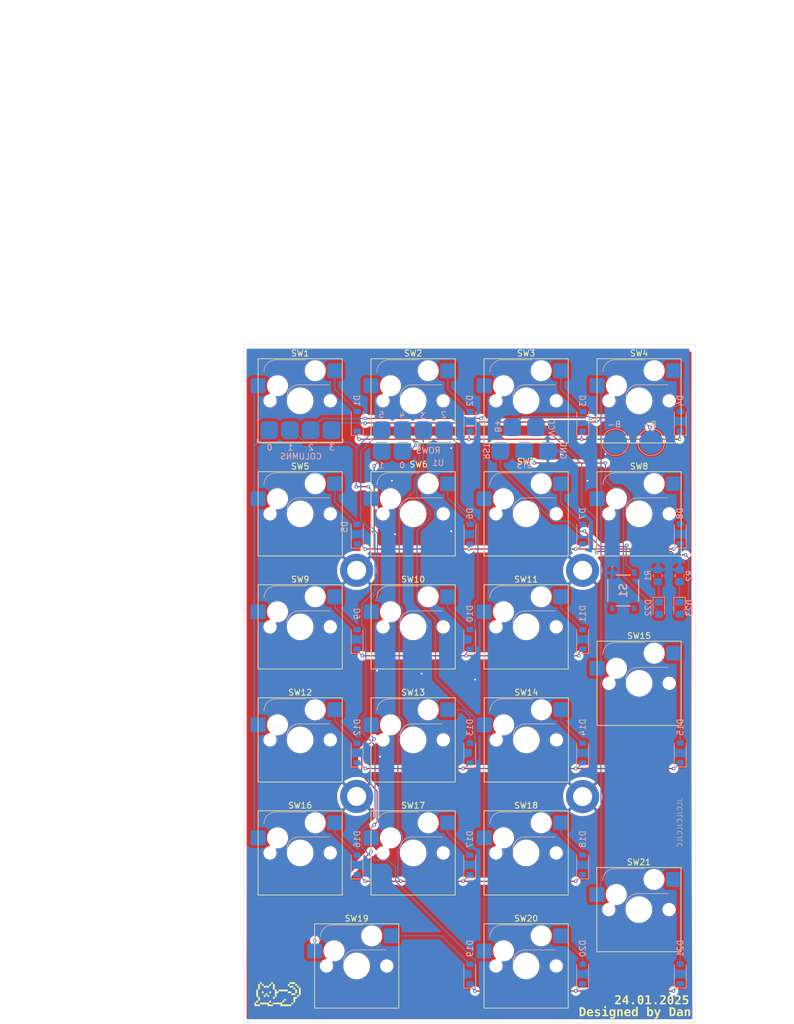
<source format=kicad_pcb>
(kicad_pcb (version 20241228) (generator "pcbnew") (generator_version "9.0")
  (layers (0 "F.Cu" signal) (2 "B.Cu" signal) (13 "F.Paste" user) (15 "B.Paste" user) (5 "F.SilkS" user "F.Silkscreen") (7 "B.SilkS" user "B.Silkscreen") (1 "F.Mask" user) (3 "B.Mask" user) (25 "Edge.Cuts" user) (39 "User.1" signal) (41 "User.2" signal) (43 "User.3" signal) (45 "User.4" signal) (47 "User.5" signal) (49 "User.6" signal) (51 "User.7" signal) (53 "User.8" signal) (55 "User.9" signal))
  (net 0 "")
  (net 1 "COL0")
  (net 2 "Net-(D5-A)")
  (net 3 "COL1")
  (net 4 "Net-(D6-A)")
  (net 5 "COL2")
  (net 6 "Net-(D7-A)")
  (net 7 "COL3")
  (net 8 "Net-(D8-A)")
  (net 9 "Net-(D9-A)")
  (net 10 "Net-(D10-A)")
  (net 11 "Net-(D11-A)")
  (net 12 "Net-(D12-A)")
  (net 13 "Net-(D13-A)")
  (net 14 "Net-(D14-A)")
  (net 15 "Net-(D15-A)")
  (net 16 "Net-(D17-A)")
  (net 17 "Net-(D18-A)")
  (net 18 "Net-(D19-A)")
  (net 19 "Net-(D21-A)")
  (net 20 "Net-(D22-K)")
  (net 21 "Net-(D1-A)")
  (net 22 "Net-(D2-A)")
  (net 23 "Net-(D3-A)")
  (net 24 "Net-(D4-A)")
  (net 25 "Net-(D16-A)")
  (net 26 "Net-(D20-A)")
  (net 27 "ROW0")
  (net 28 "ROW1")
  (net 29 "ROW2")
  (net 30 "ROW3")
  (net 31 "ROW4")
  (net 32 "ROW5")
  (net 33 "GND")
  (net 35 "+3.3V")
  (net 36 "STATUS_LED")
  (net 37 "Net-(D23-K)")
  (net 39 "RESET")
  (net 40 "BAT_IN")
  (footprint "Graphics" (layer "F.Cu") (at 0 0)
    (property "Reference" "")
    (property "Value" "")
  )
  (footprint "PCM_Switch_Keyboard_Hotswap_Kailh:SW_Hotswap_Kailh_MX_1.00u" (layer "F.Cu") (at 88.4625 143.4875)
    (property "Reference" "SW18")
    (property "Value" "SW_Push")
  )
  (footprint "PCM_Switch_Keyboard_Hotswap_Kailh:SW_Hotswap_Kailh_MX_2.00u_90deg" (layer "F.Cu") (at 107.517153 114.90162)
    (property "Reference" "SW15")
    (property "Value" "SW_Push")
  )
  (footprint "MountingHole:MountingHole_3.2mm_M3_DIN965_Pad" (layer "F.Cu") (at 59.8875 133.9625)
    (property "Reference" "H3" (hide yes))
    (property "Value" "MountingHole_Pad")
  )
  (footprint "Graphics" (layer "F.Cu") (at 0 0)
    (property "Reference" "")
    (property "Value" "")
  )
  (footprint "PCM_Switch_Keyboard_Hotswap_Kailh:SW_Hotswap_Kailh_MX_1.00u" (layer "F.Cu") (at 69.4125 86.3375)
    (property "Reference" "SW6")
    (property "Value" "SW_Push")
  )
  (footprint "PCM_Switch_Keyboard_Hotswap_Kailh:SW_Hotswap_Kailh_MX_1.00u" (layer "F.Cu") (at 69.4125 124.44)
    (property "Reference" "SW13")
    (property "Value" "SW_Push")
  )
  (footprint "PCM_Switch_Keyboard_Hotswap_Kailh:SW_Hotswap_Kailh_MX_1.00u" (layer "F.Cu") (at 107.5125 86.3375)
    (property "Reference" "SW8")
    (property "Value" "SW_Push")
  )
  (footprint "PCM_Switch_Keyboard_Hotswap_Kailh:SW_Hotswap_Kailh_MX_1.00u" (layer "F.Cu") (at 50.3625 143.4875)
    (property "Reference" "SW16")
    (property "Value" "SW_Push")
  )
  (footprint "PCM_Switch_Keyboard_Hotswap_Kailh:SW_Hotswap_Kailh_MX_1.00u" (layer "F.Cu") (at 50.3625 124.44)
    (property "Reference" "SW12")
    (property "Value" "SW_Push")
  )
  (footprint "PCM_Switch_Keyboard_Hotswap_Kailh:SW_Hotswap_Kailh_MX_1.00u" (layer "F.Cu") (at 88.5 124.44)
    (property "Reference" "SW14")
    (property "Value" "SW_Push")
  )
  (footprint "PCM_Switch_Keyboard_Hotswap_Kailh:SW_Hotswap_Kailh_MX_2.00u" (layer "F.Cu") (at 59.8875 162.5375)
    (property "Reference" "SW19")
    (property "Value" "SW_Push")
  )
  (footprint "PCM_Switch_Keyboard_Hotswap_Kailh:SW_Hotswap_Kailh_MX_1.00u" (layer "F.Cu") (at 69.4125 143.4875)
    (property "Reference" "SW17")
    (property "Value" "SW_Push")
  )
  (footprint "PCM_Switch_Keyboard_Hotswap_Kailh:SW_Hotswap_Kailh_MX_1.00u" (layer "F.Cu") (at 69.4125 105.3875)
    (property "Reference" "SW10")
    (property "Value" "SW_Push")
  )
  (footprint "PCM_Switch_Keyboard_Hotswap_Kailh:SW_Hotswap_Kailh_MX_1.00u" (layer "F.Cu") (at 69.4125 67.2875)
    (property "Reference" "SW2")
    (property "Value" "SW_Push")
  )
  (footprint "PCM_Switch_Keyboard_Hotswap_Kailh:SW_Hotswap_Kailh_MX_1.00u" (layer "F.Cu") (at 88.4625 86.3375)
    (property "Reference" "SW7")
    (property "Value" "SW_Push")
  )
  (footprint "MountingHole:MountingHole_3.2mm_M3_DIN965_Pad" (layer "F.Cu") (at 97.9875 95.8625)
    (property "Reference" "H2" (hide yes))
    (property "Value" "MountingHole_Pad")
  )
  (footprint "Graphics" (layer "F.Cu") (at 0 0)
    (property "Reference" "")
    (property "Value" "")
  )
  (footprint "MountingHole:MountingHole_3.2mm_M3_DIN965_Pad" (layer "F.Cu") (at 97.9875 133.9879)
    (property "Reference" "H4" (hide yes))
    (property "Value" "MountingHole_Pad")
  )
  (footprint "PCM_Switch_Keyboard_Hotswap_Kailh:SW_Hotswap_Kailh_MX_1.00u" (layer "F.Cu") (at 88.4625 105.3875)
    (property "Reference" "SW11")
    (property "Value" "SW_Push")
  )
  (footprint "Logos:PixelCat" (layer "F.Cu") (at 47.3375 167.7625)
    (property "Reference" "G***" (hide yes))
    (property "Value" "LOGO" (hide yes))
  )
  (footprint "PCM_Switch_Keyboard_Hotswap_Kailh:SW_Hotswap_Kailh_MX_1.00u" (layer "F.Cu") (at 88.4625 162.5375)
    (property "Reference" "SW20")
    (property "Value" "SW_Push")
  )
  (footprint "Graphics" (layer "F.Cu") (at 0 0)
    (property "Reference" "")
    (property "Value" "")
  )
  (footprint "PCM_Switch_Keyboard_Hotswap_Kailh:SW_Hotswap_Kailh_MX_1.00u" (layer "F.Cu") (at 107.5125 67.2875)
    (property "Reference" "SW4")
    (property "Value" "SW_Push")
  )
  (footprint "PCM_Switch_Keyboard_Hotswap_Kailh:SW_Hotswap_Kailh_MX_2.00u_90deg" (layer "F.Cu") (at 107.485 153.04)
    (property "Reference" "SW21")
    (property "Value" "SW_Push")
  )
  (footprint "MountingHole:MountingHole_3.2mm_M3_DIN965_Pad" (layer "F.Cu") (at 59.8875 95.8625)
    (property "Reference" "H1" (hide yes))
    (property "Value" "MountingHole_Pad")
  )
  (footprint "PCM_Switch_Keyboard_Hotswap_Kailh:SW_Hotswap_Kailh_MX_1.00u" (layer "F.Cu") (at 50.3625 86.3375)
    (property "Reference" "SW5")
    (property "Value" "SW_Push")
  )
  (footprint "PCM_Switch_Keyboard_Hotswap_Kailh:SW_Hotswap_Kailh_MX_1.00u" (layer "F.Cu") (at 50.3625 105.3875)
    (property "Reference" "SW9")
    (property "Value" "SW_Push")
  )
  (footprint "Graphics" (layer "F.Cu") (at 0 0)
    (property "Reference" "")
    (property "Value" "")
  )
  (footprint "PCM_Switch_Keyboard_Hotswap_Kailh:SW_Hotswap_Kailh_MX_1.00u" (layer "F.Cu") (at 50.3625 67.2875)
    (property "Reference" "SW1")
    (property "Value" "SW_Push")
  )
  (footprint "PCM_Switch_Keyboard_Hotswap_Kailh:SW_Hotswap_Kailh_MX_1.00u" (layer "F.Cu") (at 88.4625 67.2875)
    (property "Reference" "SW3")
    (property "Value" "SW_Push")
  )
  (footprint "Graphics" (layer "B.Cu") (at 0 0)
    (property "Reference" "")
    (property "Value" "")
  )
  (footprint "LED_SMD:LED_0805_2012Metric_Pad1.15x1.40mm_HandSolder" (layer "B.Cu") (at 110.8375 102.2625 -90)
    (property "Reference" "D22")
    (property "Value" "STATUS_LED")
  )
  (footprint "Reset:PTS526SM15SMTR2LFS" (layer "B.Cu") (at 104.8375 99.2625 -90)
    (property "Reference" "S1")
    (property "Value" "PHAP3344BR" (hide yes))
  )
  (footprint "Diode_SMD:D_SOD-123" (layer "B.Cu") (at 79 70.7625 90)
    (property "Reference" "D2")
    (property "Value" "D")
  )
  (footprint "Diode_SMD:D_SOD-123" (layer "B.Cu") (at 59.9625 107.5 90)
    (property "Reference" "D9")
    (property "Value" "D")
  )
  (footprint "Diode_SMD:D_SOD-123" (layer "B.Cu") (at 97.9875 145.5 90)
    (property "Reference" "D18")
    (property "Value" "D")
  )
  (footprint "Diode_SMD:D_SOD-123" (layer "B.Cu") (at 78.975 163.9091 90)
    (property "Reference" "D19")
    (property "Value" "D")
  )
  (footprint "Diode_SMD:D_SOD-123" (layer "B.Cu") (at 79 89.7625 90)
    (property "Reference" "D6")
    (property "Value" "D")
  )
  (footprint "LED_SMD:LED_0805_2012Metric_Pad1.15x1.40mm_HandSolder" (layer "B.Cu") (at 114.3375 102.2625 -90)
    (property "Reference" "D23")
    (property "Value" "PWR_LED")
  )
  (footprint "Diode_SMD:D_SOD-123" (layer "B.Cu") (at 98.0125 70.7625 90)
    (property "Reference" "D3")
    (property "Value" "D")
  )
  (footprint "Diode_SMD:D_SOD-123" (layer "B.Cu") (at 98.0125 89.7625 90)
    (property "Reference" "D7")
    (property "Value" "D")
  )
  (footprint "Diode_SMD:D_SOD-123" (layer "B.Cu") (at 59.9875 70.7625 90)
    (property "Reference" "D1")
    (property "Value" "D")
  )
  (footprint "Diode_SMD:D_SOD-123" (layer "B.Cu") (at 114.4467 126.63662 90)
    (property "Reference" "D15")
    (property "Value" "D")
  )
  (footprint "Diode_SMD:D_SOD-123" (layer "B.Cu") (at 114.4467 89.7625 90)
    (property "Reference" "D8")
    (property "Value" "D")
  )
  (footprint "Diode_SMD:D_SOD-123" (layer "B.Cu") (at 59.9625 145.5 90)
    (property "Reference" "D16")
    (property "Value" "D")
  )
  (footprint "Diode_SMD:D_SOD-123" (layer "B.Cu") (at 97.9875 107.5 90)
    (property "Reference" "D11")
    (property "Value" "D")
  )
  (footprint "Diode_SMD:D_SOD-123" (layer "B.Cu") (at 78.9625 107.5 90)
    (property "Reference" "D10")
    (property "Value" "D")
  )
  (footprint "Resistor_SMD:R_0805_2012Metric_Pad1.20x1.40mm_HandSolder" (layer "B.Cu") (at 110.669567 96.765703 90)
    (property "Reference" "R1")
    (property "Value" "R")
  )
  (footprint "Diode_SMD:D_SOD-123" (layer "B.Cu") (at 59.9875 89.7625 90)
    (property "Reference" "D5")
    (property "Value" "D")
  )
  (footprint "NiceNanoPad:NiceNanoPads" (layer "B.Cu") (at 73.6301 77.2405 180)
    (property "Reference" "U1")
    (property "Value" "NiceNanoPads")
  )
  (footprint "Resistor_SMD:R_0805_2012Metric_Pad1.20x1.40mm_HandSolder" (layer "B.Cu") (at 114.344362 96.7625 90)
    (property "Reference" "R2")
    (property "Value" "R")
  )
  (footprint "Diode_SMD:D_SOD-123" (layer "B.Cu") (at 78.975 126.65 90)
    (property "Reference" "D13")
    (property "Value" "D")
  )
  (footprint "TestPoint:TestPoint_Pad_D4.0mm" (layer "B.Cu") (at 103.4875 74.2625 90)
    (property "Reference" "B-")
    (property "Value" "Battery-")
  )
  (footprint "Diode_SMD:D_SOD-123" (layer "B.Cu") (at 114.4467 163.9091 90)
    (property "Reference" "D21")
    (property "Value" "D")
  )
  (footprint "Diode_SMD:D_SOD-123" (layer "B.Cu") (at 114.4467 70.7625 90)
    (property "Reference" "D4")
    (property "Value" "D")
  )
  (footprint "Diode_SMD:D_SOD-123" (layer "B.Cu") (at 59.9625 126.65 90)
    (property "Reference" "D12")
    (property "Value" "D")
  )
  (footprint "Diode_SMD:D_SOD-123" (layer "B.Cu") (at 78.9625 145.5 90)
    (property "Reference" "D17")
    (property "Value" "D")
  )
  (footprint "Diode_SMD:D_SOD-123" (layer "B.Cu") (at 97.9875 163.9091 90)
    (property "Reference" "D20")
    (property "Value" "D")
  )
  (footprint "TestPoint:TestPoint_Pad_D4.0mm" (layer "B.Cu") (at 109.5375 74.2625 90)
    (property "Reference" "B+")
    (property "Value" "Battery+")
  )
  (footprint "Diode_SMD:D_SOD-123" (layer "B.Cu") (at 97.9875 126.65 90)
    (property "Reference" "D14")
    (property "Value" "D")
  )
  (gr_rect (start 40.8375 57.7625) (end 117.0121 172.0879) (stroke (width 0.05)) (fill no) (layer "Edge.Cuts"))
  (gr_text "24.01.2025" (at 103.3375 169.2625 0) (layer "F.SilkS") (effects (font (size 1.5 1.5) (thickness 0.3) (bold yes)) (justify left bottom)))
  (gr_text "Designed by Dan" (at 97.3375 171.2625 0) (layer "F.SilkS") (effects (font (size 1.5 1.5) (thickness 0.3) (bold yes)) (justify left bottom)))
  (gr_text "JLCJLCJLCJLC" (at 114.8375 134.2625 90) (layer "B.SilkS") (effects (font (size 0.8 0.8) (thickness 0.1)) (justify left bottom mirror)))
  (segment (start 43.2775 64.7475) (end 42.5875 65.4375) (width 0.2) (layer "B.Cu") (net 1))
  (segment (start 42.5875 140.2575) (end 43.2775 140.9475) (width 0.2) (layer "B.Cu") (net 1))
  (segment (start 42.5875 65.4375) (end 42.5875 74.9525) (width 0.2) (layer "B.Cu") (net 1))
  (segment (start 45.1301 72.4099) (end 42.5875 74.9525) (width 0.2) (layer "B.Cu") (net 1))
  (segment (start 42.5875 74.9525) (end 42.5875 140.2575) (width 0.2) (layer "B.Cu") (net 1))
  (segment (start 45.1301 72.2405) (end 45.1301 72.4099) (width 0.2) (layer "B.Cu") (net 1))
  (segment (start 56.2045 81.2575) (end 56.2045 84.3295) (width 0.2) (layer "B.Cu") (net 2))
  (segment (start 56.2045 84.3295) (end 59.9875 88.1125) (width 0.2) (layer "B.Cu") (net 2))
  (segment (start 60.7375 126.3625) (end 60.7375 130.428437) (width 0.2) (layer "F.Cu") (net 3))
  (segment (start 52.8375 152.7625) (end 52.8375 158.2625) (width 0.2) (layer "F.Cu") (net 3))
  (segment (start 63.3375 133.028437) (end 63.3375 138.2625) (width 0.2) (layer "F.Cu") (net 3))
  (segment (start 63.3375 138.2625) (end 62.8375 138.7625) (width 0.2) (layer "F.Cu") (net 3))
  (segment (start 62.3375 143.2625) (end 52.8375 152.7625) (width 0.2) (layer "F.Cu") (net 3))
  (segment (start 60.7375 130.428437) (end 63.3375 133.028437) (width 0.2) (layer "F.Cu") (net 3))
  (segment (start 59.8375 81.7625) (end 61.8375 81.7625) (width 0.2) (layer "F.Cu") (net 3))
  (segment (start 62.8375 124.2625) (end 60.7375 126.3625) (width 0.2) (layer "F.Cu") (net 3))
  (via (at 61.8375 81.7625) (size 0.6) (drill 0.3) (layers "F.Cu" "B.Cu") (net 3))
  (via (at 52.8375 158.2625) (size 0.6) (drill 0.3) (layers "F.Cu" "B.Cu") (net 3))
  (via (at 59.8375 81.7625) (size 0.6) (drill 0.3) (layers "F.Cu" "B.Cu") (net 3))
  (via (at 62.8375 124.2625) (size 0.6) (drill 0.3) (layers "F.Cu" "B.Cu") (net 3))
  (via (at 62.8375 138.7625) (size 0.6) (drill 0.3) (layers "F.Cu" "B.Cu") (net 3))
  (via (at 62.3375 143.2625) (size 0.6) (drill 0.3) (layers "F.Cu" "B.Cu") (net 3))
  (segment (start 63.3875 89.598119) (end 63.3875 99.543442) (width 0.2) (layer "B.Cu") (net 3))
  (segment (start 63.3875 99.543442) (end 62.3275 100.603442) (width 0.2) (layer "B.Cu") (net 3))
  (segment (start 62.3275 140.9475) (end 62.3275 143.2525) (width 0.2) (layer "B.Cu") (net 3))
  (segment (start 62.3275 64.7475) (end 62.3275 72.7725) (width 0.2) (layer "B.Cu") (net 3))
  (segment (start 62.3275 83.7975) (end 62.3275 88.538118) (width 0.2) (layer "B.Cu") (net 3))
  (segment (start 62.3275 123.7525) (end 62.8375 124.2625) (width 0.2) (layer "B.Cu") (net 3))
  (segment (start 62.3275 72.7725) (end 59.8375 75.2625) (width 0.2) (layer "B.Cu") (net 3))
  (segment (start 61.8375 81.7625) (end 62.3275 82.2525) (width 0.2) (layer "B.Cu") (net 3))
  (segment (start 62.3275 143.2525) (end 62.3375 143.2625) (width 0.2) (layer "B.Cu") (net 3))
  (segment (start 62.3275 82.2525) (end 62.3275 83.7975) (width 0.2) (layer "B.Cu") (net 3))
  (segment (start 62.3275 121.9) (end 62.3275 123.7525) (width 0.2) (layer "B.Cu") (net 3))
  (segment (start 62.3275 88.538118) (end 63.3875 89.598119) (width 0.2) (layer "B.Cu") (net 3))
  (segment (start 48.6301 72.2405) (end 49.145174 72.2405) (width 0.2) (layer "B.Cu") (net 3))
  (segment (start 62.3275 139.2725) (end 62.3275 140.9475) (width 0.2) (layer "B.Cu") (net 3))
  (segment (start 59.8375 75.2625) (end 59.8375 75.967415) (width 0.2) (layer "B.Cu") (net 3))
  (segment (start 49.145174 72.2405) (end 51.167174 74.2625) (width 0.2) (layer "B.Cu") (net 3))
  (segment (start 52.8375 159.9625) (end 52.8025 159.9975) (width 0.2) (layer "B.Cu") (net 3))
  (segment (start 62.8375 138.7625) (end 62.3275 139.2725) (width 0.2) (layer "B.Cu") (net 3))
  (segment (start 58.8375 74.2625) (end 59.8375 75.2625) (width 0.2) (layer "B.Cu") (net 3))
  (segment (start 62.3275 102.8475) (end 62.3275 121.9) (width 0.2) (layer "B.Cu") (net 3))
  (segment (start 59.8375 75.967415) (end 59.8375 81.7625) (width 0.2) (layer "B.Cu") (net 3))
  (segment (start 52.8375 158.2625) (end 52.8375 159.9625) (width 0.2) (layer "B.Cu") (net 3))
  (segment (start 62.3275 100.603442) (end 62.3275 102.8475) (width 0.2) (layer "B.Cu") (net 3))
  (segment (start 51.167174 74.2625) (end 58.8375 74.2625) (width 0.2) (layer "B.Cu") (net 3))
  (segment (start 75.2545 81.2575) (end 75.2545 83.6795) (width 0.2) (layer "B.Cu") (net 4))
  (segment (start 75.2545 83.6795) (end 79 87.425) (width 0.2) (layer "B.Cu") (net 4))
  (segment (start 79 87.425) (end 79 88.1125) (width 0.2) (layer "B.Cu") (net 4))
  (segment (start 61.3375 70.2625) (end 80.8375 70.2625) (width 0.2) (layer "F.Cu") (net 5))
  (via (at 61.3375 70.2625) (size 0.6) (drill 0.3) (layers "F.Cu" "B.Cu") (net 5))
  (via (at 80.8375 70.2625) (size 0.6) (drill 0.3) (layers "F.Cu" "B.Cu") (net 5))
  (segment (start 52.1301 72.2405) (end 54.1081 70.2625) (width 0.2) (layer "B.Cu") (net 5))
  (segment (start 54.1081 70.2625) (end 61.3375 70.2625) (width 0.2) (layer "B.Cu") (net 5))
  (segment (start 80.8775 70.2625) (end 81.3775 69.7625) (width 0.2) (layer "B.Cu") (net 5))
  (segment (start 81.3775 64.7475) (end 81.3775 69.7625) (width 0.2) (layer "B.Cu") (net 5))
  (segment (start 80.8375 70.2625) (end 80.8775 70.2625) (width 0.2) (layer "B.Cu") (net 5))
  (segment (start 81.3775 69.7625) (end 81.3775 159.9975) (width 0.2) (layer "B.Cu") (net 5))
  (segment (start 94.3045 81.2575) (end 94.3045 84.4045) (width 0.2) (layer "B.Cu") (net 6))
  (segment (start 94.3045 84.4045) (end 98.0125 88.1125) (width 0.2) (layer "B.Cu") (net 6))
  (segment (start 80.588971 70.8625) (end 100.2375 70.8625) (width 0.2) (layer "F.Cu") (net 7))
  (segment (start 61.387503 71.0125) (end 80.438971 71.0125) (width 0.2) (layer "F.Cu") (net 7))
  (segment (start 80.438971 71.0125) (end 80.588971 70.8625) (width 0.2) (layer "F.Cu") (net 7))
  (segment (start 61.3375 71.062503) (end 61.387503 71.0125) (width 0.2) (layer "F.Cu") (net 7))
  (segment (start 100.2375 70.8625) (end 100.3375 70.7625) (width 0.2) (layer "F.Cu") (net 7))
  (via (at 61.3375 71.062503) (size 0.6) (drill 0.3) (layers "F.Cu" "B.Cu") (net 7))
  (via (at 100.3375 70.7625) (size 0.6) (drill 0.3) (layers "F.Cu" "B.Cu") (net 7))
  (segment (start 101.0875 65.4075) (end 101.0875 70.2625) (width 0.2) (layer "B.Cu") (net 7))
  (segment (start 101.0875 70.2625) (end 101.0875 149.8125) (width 0.2) (layer "B.Cu") (net 7))
  (segment (start 101.0875 149.8125) (end 100.4 150.5) (width 0.2) (layer "B.Cu") (net 7))
  (segment (start 61.3375 71.062503) (end 61.287497 71.0125) (width 0.2) (layer "B.Cu") (net 7))
  (segment (start 100.3375 70.7625) (end 100.5875 70.7625) (width 0.2) (layer "B.Cu") (net 7))
  (segment (start 100.5875 70.7625) (end 101.0875 70.2625) (width 0.2) (layer "B.Cu") (net 7))
  (segment (start 56.8581 71.0125) (end 55.6301 72.2405) (width 0.2) (layer "B.Cu") (net 7))
  (segment (start 100.4275 64.7475) (end 101.0875 65.4075) (width 0.2) (layer "B.Cu") (net 7))
  (segment (start 61.287497 71.0125) (end 56.8581 71.0125) (width 0.2) (layer "B.Cu") (net 7))
  (segment (start 113.3545 81.2575) (end 114.4467 82.3497) (width 0.2) (layer "B.Cu") (net 8))
  (segment (start 114.4467 82.3497) (end 114.4467 88.1125) (width 0.2) (layer "B.Cu") (net 8))
  (segment (start 56.2045 102.092) (end 59.9625 105.85) (width 0.2) (layer "B.Cu") (net 9))
  (segment (start 56.2045 100.3075) (end 56.2045 102.092) (width 0.2) (layer "B.Cu") (net 9))
  (segment (start 75.2545 102.142) (end 78.9625 105.85) (width 0.2) (layer "B.Cu") (net 10))
  (segment (start 75.2545 100.3075) (end 75.2545 102.142) (width 0.2) (layer "B.Cu") (net 10))
  (segment (start 94.3045 100.3075) (end 94.3045 102.167) (width 0.2) (layer "B.Cu") (net 11))
  (segment (start 94.3045 102.167) (end 97.9875 105.85) (width 0.2) (layer "B.Cu") (net 11))
  (segment (start 56.2045 121.242) (end 59.9625 125) (width 0.2) (layer "B.Cu") (net 12))
  (segment (start 56.2045 119.36) (end 56.2045 121.242) (width 0.2) (layer "B.Cu") (net 12))
  (segment (start 77.869314 119.36) (end 78.975 120.465686) (width 0.2) (layer "B.Cu") (net 13))
  (segment (start 78.975 120.465686) (end 78.975 125) (width 0.2) (layer "B.Cu") (net 13))
  (segment (start 75.2545 119.36) (end 77.869314 119.36) (width 0.2) (layer "B.Cu") (net 13))
  (segment (start 94.342 119.36) (end 94.342 121.3545) (width 0.2) (layer "B.Cu") (net 14))
  (segment (start 94.342 121.3545) (end 97.9875 125) (width 0.2) (layer "B.Cu") (net 14))
  (segment (start 113.359153 109.82162) (end 114.4467 110.909167) (width 0.2) (layer "B.Cu") (net 15))
  (segment (start 114.4467 110.909167) (end 114.4467 124.98662) (width 0.2) (layer "B.Cu") (net 15))
  (segment (start 75.2545 138.4075) (end 75.2545 140.142) (width 0.2) (layer "B.Cu") (net 16))
  (segment (start 75.2545 140.142) (end 78.9625 143.85) (width 0.2) (layer "B.Cu") (net 16))
  (segment (start 94.3045 138.4075) (end 94.3045 140.167) (width 0.2) (layer "B.Cu") (net 17))
  (segment (start 94.3045 140.167) (end 97.9875 143.85) (width 0.2) (layer "B.Cu") (net 17))
  (segment (start 74.1734 157.4575) (end 78.975 162.2591) (width 0.2) (layer "B.Cu") (net 18))
  (segment (start 65.7295 157.4575) (end 74.1734 157.4575) (width 0.2) (layer "B.Cu") (net 18))
  (segment (start 113.327 147.96) (end 114.4467 149.0797) (width 0.2) (layer "B.Cu") (net 19))
  (segment (start 114.4467 149.0797) (end 114.4467 162.2591) (width 0.2) (layer "B.Cu") (net 19))
  (segment (start 110.8375 97.933636) (end 110.669567 97.765703) (width 0.2) (layer "B.Cu") (net 20))
  (segment (start 110.8375 101.2375) (end 110.8375 97.933636) (width 0.2) (layer "B.Cu") (net 20))
  (segment (start 56.2045 62.2075) (end 56.2045 65.3295) (width 0.2) (layer "B.Cu") (net 21))
  (segment (start 56.2045 65.3295) (end 59.9875 69.1125) (width 0.2) (layer "B.Cu") (net 21))
  (segment (start 75.2545 62.2075) (end 75.2545 65.367) (width 0.2) (layer "B.Cu") (net 22))
  (segment (start 75.2545 65.367) (end 79 69.1125) (width 0.2) (layer "B.Cu") (net 22))
  (segment (start 94.3045 62.2075) (end 94.3045 65.4045) (width 0.2) (layer "B.Cu") (net 23))
  (segment (start 94.3045 65.4045) (end 98.0125 69.1125) (width 0.2) (layer "B.Cu") (net 23))
  (segment (start 113.3545 62.2075) (end 114.4467 63.2997) (width 0.2) (layer "B.Cu") (net 24))
  (segment (start 114.4467 63.2997) (end 114.4467 69.1125) (width 0.2) (layer "B.Cu") (net 24))
  (segment (start 56.2045 138.4075) (end 56.2045 140.092) (width 0.2) (layer "B.Cu") (net 25))
  (segment (start 56.2045 140.092) (end 59.9625 143.85) (width 0.2) (layer "B.Cu") (net 25))
  (segment (start 94.3045 157.4575) (end 97.9875 161.1405) (width 0.2) (layer "B.Cu") (net 26))
  (segment (start 97.9875 161.1405) (end 97.9875 162.2591) (width 0.2) (layer "B.Cu") (net 26))
  (segment (start 69.8375 74.2625) (end 69.3375 73.7625) (width 0.2) (layer "F.Cu") (net 27))
  (segment (start 69.8375 74.7625) (end 69.8375 74.2625) (width 0.2) (layer "F.Cu") (net 27))
  (segment (start 69.3375 73.7625) (end 78.8375 73.7625) (width 0.2) (layer "F.Cu") (net 27))
  (segment (start 78.8375 73.7625) (end 97.8375 73.7625) (width 0.2) (layer "F.Cu") (net 27))
  (segment (start 97.8375 73.7625) (end 114.3375 73.7625) (width 0.2) (layer "F.Cu") (net 27))
  (segment (start 60.3375 73.7625) (end 69.3375 73.7625) (width 0.2) (layer "F.Cu") (net 27))
  (via (at 69.8375 74.7625) (size 0.6) (drill 0.3) (layers "F.Cu" "B.Cu") (net 27))
  (via (at 114.3375 73.7625) (size 0.6) (drill 0.3) (layers "F.Cu" "B.Cu") (net 27))
  (via (at 60.3375 73.7625) (size 0.6) (drill 0.3) (layers "F.Cu" "B.Cu") (net 27))
  (via (at 78.8375 73.7625) (size 0.6) (drill 0.3) (layers "F.Cu" "B.Cu") (net 27))
  (via (at 97.8375 73.7625) (size 0.6) (drill 0.3) (layers "F.Cu" "B.Cu") (net 27))
  (segment (start 114.3375 72.5217) (end 114.4467 72.4125) (width 0.2) (layer "B.Cu") (net 27))
  (segment (start 78.8375 72.575) (end 79 72.4125) (width 0.2) (layer "B.Cu") (net 27))
  (segment (start 67.6301 75.7405) (end 68.8595 75.7405) (width 0.2) (layer "B.Cu") (net 27))
  (segment (start 78.8375 73.7625) (end 78.8375 72.575) (width 0.2) (layer "B.Cu") (net 27))
  (segment (start 59.9875 73.4125) (end 60.3375 73.7625) (width 0.2) (layer "B.Cu") (net 27))
  (segment (start 59.9875 72.4125) (end 59.9875 73.4125) (width 0.2) (layer "B.Cu") (net 27))
  (segment (start 68.8595 75.7405) (end 69.8375 74.7625) (width 0.2) (layer "B.Cu") (net 27))
  (segment (start 114.3375 73.7625) (end 114.3375 72.5217) (width 0.2) (layer "B.Cu") (net 27))
  (segment (start 97.8375 73.7625) (end 97.8375 72.5875) (width 0.2) (layer "B.Cu") (net 27))
  (segment (start 97.8375 72.5875) (end 98.0125 72.4125) (width 0.2) (layer "B.Cu") (net 27))
  (segment (start 78.8375 92.2625) (end 96.8375 92.2625) (width 0.2) (layer "F.Cu") (net 28))
  (segment (start 96.8375 92.2625) (end 113.3375 92.2625) (width 0.2) (layer "F.Cu") (net 28))
  (segment (start 61.3375 92.2625) (end 62.8375 92.2625) (width 0.2) (layer "F.Cu") (net 28))
  (segment (start 62.8375 92.2625) (end 78.8375 92.2625) (width 0.2) (layer "F.Cu") (net 28))
  (segment (start 62.8375 78.2625) (end 62.8375 92.2625) (width 0.2) (layer "F.Cu") (net 28))
  (via (at 62.8375 78.2625) (size 0.6) (drill 0.3) (layers "F.Cu" "B.Cu") (net 28))
  (via (at 113.3375 92.2625) (size 0.6) (drill 0.3) (layers "F.Cu" "B.Cu") (net 28))
  (via (at 78.8375 92.2625) (size 0.6) (drill 0.3) (layers "F.Cu" "B.Cu") (net 28))
  (via (at 61.3375 92.2625) (size 0.6) (drill 0.3) (layers "F.Cu" "B.Cu") (net 28))
  (via (at 96.8375 92.2625) (size 0.6) (drill 0.3) (layers "F.Cu" "B.Cu") (net 28))
  (segment (start 113.5967 92.2625) (end 114.4467 91.4125) (width 0.2) (layer "B.Cu") (net 28))
  (segment (start 78.8375 91.575) (end 79 91.4125) (width 0.2) (layer "B.Cu") (net 28))
  (segment (start 113.3375 92.2625) (end 113.5967 92.2625) (width 0.2) (layer "B.Cu") (net 28))
  (segment (start 60.4875 91.4125) (end 61.3375 92.2625) (width 0.2) (layer "B.Cu") (net 28))
  (segment (start 64.1301 76.9699) (end 62.8375 78.2625) (width 0.2) (layer "B.Cu") (net 28))
  (segment (start 59.9875 91.4125) (end 60.4875 91.4125) (width 0.2) (layer "B.Cu") (net 28))
  (segment (start 97.1625 92.2625) (end 98.0125 91.4125) (width 0.2) (layer "B.Cu") (net 28))
  (segment (start 78.8375 92.2625) (end 78.8375 91.575) (width 0.2) (layer "B.Cu") (net 28))
  (segment (start 64.1301 75.7405) (end 64.1301 76.9699) (width 0.2) (layer "B.Cu") (net 28))
  (segment (start 96.8375 92.2625) (end 97.1625 92.2625) (width 0.2) (layer "B.Cu") (net 28))
  (segment (start 60.8375 110.2625) (end 78.3375 110.2625) (width 0.2) (layer "F.Cu") (net 29))
  (segment (start 78.3375 110.2625) (end 97.3375 110.2625) (width 0.2) (layer "F.Cu") (net 29))
  (via (at 97.3375 110.2625) (size 0.6) (drill 0.3) (layers "F.Cu" "B.Cu") (net 29))
  (via (at 78.3375 110.2625) (size 0.6) (drill 0.3) (layers "F.Cu" "B.Cu") (net 29))
  (via (at 60.8375 110.2625) (size 0.6) (drill 0.3) (layers "F.Cu" "B.Cu") (net 29))
  (segment (start 78.3375 109.775) (end 78.9625 109.15) (width 0.2) (layer "B.Cu") (net 29))
  (segment (start 59.9625 109.3875) (end 60.8375 110.2625) (width 0.2) (layer "B.Cu") (net 29))
  (segment (start 79.8625 105.2875) (end 79.8625 108.25) (width 0.2) (layer "B.Cu") (net 29))
  (segment (start 80.3375 88.101304) (end 80.3375 100.7625) (width 0.2) (layer "B.Cu") (net 29))
  (segment (start 97.3375 109.8) (end 97.9875 109.15) (width 0.2) (layer "B.Cu") (net 29))
  (segment (start 78.3375 110.2625) (end 78.3375 109.775) (width 0.2) (layer "B.Cu") (net 29))
  (segment (start 79.8625 108.25) (end 78.9625 109.15) (width 0.2) (layer "B.Cu") (net 29))
  (segment (start 76.8295 74.4399) (end 76.8295 84.593304) (width 0.2) (layer "B.Cu") (net 29))
  (segment (start 76.8295 84.593304) (end 80.3375 88.101304) (width 0.2) (layer "B.Cu") (net 29))
  (segment (start 97.3375 110.2625) (end 97.3375 109.8) (width 0.2) (layer "B.Cu") (net 29))
  (segment (start 79.8025 101.2975) (end 79.8025 105.2275) (width 0.2) (layer "B.Cu") (net 29))
  (segment (start 79.8025 105.2275) (end 79.8625 105.2875) (width 0.2) (layer "B.Cu") (net 29))
  (segment (start 80.3375 100.7625) (end 79.8025 101.2975) (width 0.2) (layer "B.Cu") (net 29))
  (segment (start 74.6301 72.2405) (end 76.8295 74.4399) (width 0.2) (layer "B.Cu") (net 29))
  (segment (start 59.9625 109.15) (end 59.9625 109.3875) (width 0.2) (layer "B.Cu") (net 29))
  (segment (start 77.8375 129.2625) (end 96.8375 129.2625) (width 0.2) (layer "F.Cu") (net 30))
  (segment (start 96.8375 129.2625) (end 113.3375 129.2625) (width 0.2) (layer "F.Cu") (net 30))
  (segment (start 61.3375 129.2625) (end 77.8375 129.2625) (width 0.2) (layer "F.Cu") (net 30))
  (via (at 96.8375 129.2625) (size 0.6) (drill 0.3) (layers "F.Cu" "B.Cu") (net 30))
  (via (at 61.3375 129.2625) (size 0.6) (drill 0.3) (layers "F.Cu" "B.Cu") (net 30))
  (via (at 113.3375 129.2625) (size 0.6) (drill 0.3) (layers "F.Cu" "B.Cu") (net 30))
  (via (at 77.8375 129.2625) (size 0.6) (drill 0.3) (layers "F.Cu" "B.Cu") (net 30))
  (segment (start 70.0775 89.174912) (end 70.0775 101.08415) (width 0.2) (layer "B.Cu") (net 30))
  (segment (start 70.0775 80.48085) (end 70.0775 83.654912) (width 0.2) (layer "B.Cu") (net 30))
  (segment (start 71.1301 79.42825) (end 70.0775 80.48085) (width 0.2) (layer "B.Cu") (net 30))
  (segment (start 71.1301 72.2405) (end 71.1301 79.42825) (width 0.2) (layer "B.Cu") (net 30))
  (segment (start 59.9625 128.3) (end 60.375 128.3) (width 0.2) (layer "B.Cu") (net 30))
  (segment (start 79.8375 120.7625) (end 79.8375 124.513804) (width 0.2) (layer "B.Cu") (net 30))
  (segment (start 60.375 128.3) (end 61.3375 129.2625) (width 0.2) (layer "B.Cu") (net 30))
  (segment (start 79.875 127.4) (end 78.975 128.3) (width 0.2) (layer "B.Cu") (net 30))
  (segment (start 77.8375 129.2625) (end 78.0125 129.2625) (width 0.2) (layer "B.Cu") (net 30))
  (segment (start 78.0125 129.2625) (end 78.975 128.3) (width 0.2) (layer "B.Cu") (net 30))
  (segment (start 113.3375 129.2625) (end 113.47082 129.2625) (width 0.2) (layer "B.Cu") (net 30))
  (segment (start 97.025 129.2625) (end 97.9875 128.3) (width 0.2) (layer "B.Cu") (net 30))
  (segment (start 73.172075 104.178725) (end 73.172075 114.097075) (width 0.2) (layer "B.Cu") (net 30))
  (segment (start 73.172075 114.097075) (end 79.8375 120.7625) (width 0.2) (layer "B.Cu") (net 30))
  (segment (start 70.0775 101.08415) (end 73.172075 104.178725) (width 0.2) (layer "B.Cu") (net 30))
  (segment (start 72.3375 86.914912) (end 70.0775 89.174912) (width 0.2) (layer "B.Cu") (net 30))
  (segment (start 79.875 124.551304) (end 79.875 127.4) (width 0.2) (layer "B.Cu") (net 30))
  (segment (start 72.3375 85.914912) (end 72.3375 86.914912) (width 0.2) (layer "B.Cu") (net 30))
  (segment (start 96.8375 129.2625) (end 97.025 129.2625) (width 0.2) (layer "B.Cu") (net 30))
  (segment (start 113.47082 129.2625) (end 114.4467 128.28662) (width 0.2) (layer "B.Cu") (net 30))
  (segment (start 79.8375 124.513804) (end 79.875 124.551304) (width 0.2) (layer "B.Cu") (net 30))
  (segment (start 70.0775 83.654912) (end 72.3375 85.914912) (width 0.2) (layer "B.Cu") (net 30))
  (segment (start 61.3375 148.2625) (end 67.3375 148.2625) (width 0.2) (layer "F.Cu") (net 31))
  (segment (start 77.8375 148.2625) (end 96.8375 148.2625) (width 0.2) (layer "F.Cu") (net 31))
  (segment (start 67.3375 148.2625) (end 77.8375 148.2625) (width 0.2) (layer "F.Cu") (net 31))
  (via (at 61.3375 148.2625) (size 0.6) (drill 0.3) (layers "F.Cu" "B.Cu") (net 31))
  (via (at 67.3375 148.2625) (size 0.6) (drill 0.3) (layers "F.Cu" "B.Cu") (net 31))
  (via (at 77.8375 148.2625) (size 0.6) (drill 0.3) (layers "F.Cu" "B.Cu") (net 31))
  (via (at 96.8375 148.2625) (size 0.6) (drill 0.3) (layers "F.Cu" "B.Cu") (net 31))
  (segment (start 66.8375 142.739098) (end 66.8375 147.7625) (width 0.2) (layer "B.Cu") (net 31))
  (segment (start 67.5875 103.51415) (end 67.0625 104.03915) (width 0.2) (layer "B.Cu") (net 31))
  (segment (start 59.9625 147.15) (end 60.225 147.15) (width 0.2) (layer "B.Cu") (net 31))
  (segment (start 67.575799 140.269149) (end 67.575799 142.000799) (width 0.2) (layer "B.Cu") (net 31))
  (segment (start 70.1301 74.1625) (end 70.4375 74.4699) (width 0.2) (layer "B.Cu") (net 31))
  (segment (start 67.8375 121.2625) (end 67.8375 122.691598) (width 0.2) (layer "B.Cu") (net 31))
  (segment (start 67.0625 120.4875) (end 67.8375 121.2625) (width 0.2) (layer "B.Cu") (net 31))
  (segment (start 77.8375 148.2625) (end 77.85 148.2625) (width 0.2) (layer "B.Cu") (net 31))
  (segment (start 77.85 148.2625) (end 78.9625 147.15) (width 0.2) (layer "B.Cu") (net 31))
  (segment (start 67.8375 122.691598) (end 66.8375 123.691598) (width 0.2) (layer "B.Cu") (net 31))
  (segment (start 67.575799 142.000799) (end 66.8375 142.739098) (width 0.2) (layer "B.Cu") (net 31))
  (segment (start 67.6301 72.2405) (end 69.5521 74.1625) (width 0.2) (layer "B.Cu") (net 31))
  (segment (start 96.8375 148.2625) (end 96.875 148.2625) (width 0.2) (layer "B.Cu") (net 31))
  (segment (start 60.225 147.15) (end 61.3375 148.2625) (width 0.2) (layer "B.Cu") (net 31))
  (segment (start 67.5875 102.18085) (end 67.5875 103.51415) (width 0.2) (layer "B.Cu") (net 31))
  (segment (start 69.6775 80.315165) (end 69.6775 82.4225) (width 0.2) (layer "B.Cu") (net 31))
  (segment (start 66.8375 139.53085) (end 67.575799 140.269149) (width 0.2) (layer "B.Cu") (net 31))
  (segment (start 67.0625 85.0375) (end 67.0625 101.65585) (width 0.2) (layer "B.Cu") (net 31))
  (segment (start 70.4375 74.4699) (end 70.4375 79.555164) (width 0.2) (layer "B.Cu") (net 31))
  (segment (start 66.8375 147.7625) (end 67.3375 148.2625) (width 0.2) (layer "B.Cu") (net 31))
  (segment (start 69.5521 74.1625) (end 70.1301 74.1625) (width 0.2) (layer "B.Cu") (net 31))
  (segment (start 96.875 148.2625) (end 97.9875 147.15) (width 0.2) (layer "B.Cu") (net 31))
  (segment (start 69.6775 82.4225) (end 67.0625 85.0375) (width 0.2) (layer "B.Cu") (net 31))
  (segment (start 70.4375 79.555164) (end 69.6775 80.315165) (width 0.2) (layer "B.Cu") (net 31))
  (segment (start 66.8375 123.691598) (end 66.8375 139.53085) (width 0.2) (layer "B.Cu") (net 31))
  (segment (start 67.0625 101.65585) (end 67.5875 102.18085) (width 0.2) (layer "B.Cu") (net 31))
  (segment (start 67.0625 104.03915) (end 67.0625 120.4875) (width 0.2) (layer "B.Cu") (net 31))
  (segment (start 96.8375 166.7625) (end 113.3375 166.7625) (width 0.2) (layer "F.Cu") (net 32))
  (segment (start 79.8375 166.7625) (end 96.8375 166.7625) (width 0.2) (layer "F.Cu") (net 32))
  (via (at 113.3375 166.7625) (size 0.6) (drill 0.3) (layers "F.Cu" "B.Cu") (net 32))
  (via (at 96.8375 166.7625) (size 0.6) (drill 0.3) (layers "F.Cu" "B.Cu") (net 32))
  (via (at 79.8375 166.7625) (size 0.6) (drill 0.3) (layers "F.Cu" "B.Cu") (net 32))
  (segment (start 62.9875 125.369744) (end 62.9875 137.477756) (width 0.2) (layer "B.Cu") (net 32))
  (segment (start 79.875 161.304744) (end 79.875 166.725) (width 0.2) (layer "B.Cu") (net 32))
  (segment (start 62.9875 137.477756) (end 60.7525 139.712756) (width 0.2) (layer "B.Cu") (net 32))
  (segment (start 79.531215 161.304744) (end 79.875 161.304744) (width 0.2) (layer "B.Cu") (net 32))
  (segment (start 60.7525 123.134744) (end 62.9875 125.369744) (width 0.2) (layer "B.Cu") (net 32))
  (segment (start 60.7525 142.526029) (end 62.938971 144.7125) (width 0.2) (layer "B.Cu") (net 32))
  (segment (start 62.9875 99.377756) (end 60.7525 101.612756) (width 0.2) (layer "B.Cu") (net 32))
  (segment (start 60.7525 139.712756) (end 60.7525 142.526029) (width 0.2) (layer "B.Cu") (net 32))
  (segment (start 78.975 165.9) (end 79.8375 166.7625) (width 0.2) (layer "B.Cu") (net 32))
  (segment (start 60.7525 105.1775) (end 61.4375 105.8625) (width 0.2) (layer "B.Cu") (net 32))
  (segment (start 60.586196 75.784404) (end 60.586196 87.3625) (width 0.2) (layer "B.Cu") (net 32))
  (segment (start 62.938971 144.7125) (end 65.2875 144.7125) (width 0.2) (layer "B.Cu") (net 32))
  (segment (start 66.4375 145.8625) (end 66.4375 148.211029) (width 0.2) (layer "B.Cu") (net 32))
  (segment (start 64.1301 72.2405) (end 60.586196 75.784404) (width 0.2) (layer "B.Cu") (net 32))
  (segment (start 78.975 165.5591) (end 78.975 165.9) (width 0.2) (layer "B.Cu") (net 32))
  (segment (start 96.8375 166.7625) (end 96.8375 166.7091) (width 0.2) (layer "B.Cu") (net 32))
  (segment (start 96.8375 166.7091) (end 97.9875 165.5591) (width 0.2) (layer "B.Cu") (net 32))
  (segment (start 60.7525 101.612756) (end 60.7525 105.1775) (width 0.2) (layer "B.Cu") (net 32))
  (segment (start 113.3375 166.7625) (end 113.3375 166.6683) (width 0.2) (layer "B.Cu") (net 32))
  (segment (start 79.875 166.725) (end 79.8375 166.7625) (width 0.2) (layer "B.Cu") (net 32))
  (segment (start 66.4375 148.211029) (end 79.531215 161.304744) (width 0.2) (layer "B.Cu") (net 32))
  (segment (start 61.4375 119.980256) (end 60.7525 120.665256) (width 0.2) (layer "B.Cu") (net 32))
  (segment (start 60.7525 120.665256) (end 60.7525 123.134744) (width 0.2) (layer "B.Cu") (net 32))
  (segment (start 65.2875 144.7125) (end 66.4375 145.8625) (width 0.2) (layer "B.Cu") (net 32))
  (segment (start 60.586196 87.3625) (end 62.9875 89.763804) (width 0.2) (layer "B.Cu") (net 32))
  (segment (start 62.9875 89.763804) (end 62.9875 99.377756) (width 0.2) (layer "B.Cu") (net 32))
  (segment (start 61.4375 105.8625) (end 61.4375 119.980256) (width 0.2) (layer "B.Cu") (net 32))
  (segment (start 113.3375 166.6683) (end 114.4467 165.5591) (width 0.2) (layer "B.Cu") (net 32))
  (segment (start 101.8375 76.2625) (end 94.3375 76.2625) (width 0.2) (layer "F.Cu") (net 33))
  (via (at 98.8375 80.7625) (size 0.6) (drill 0.3) (layers "F.Cu" "B.Cu") (net 33))
  (via (at 70.8375 113.2625) (size 0.6) (drill 0.3) (layers "F.Cu" "B.Cu") (net 33))
  (via (at 63.3375 112.7625) (size 0.6) (drill 0.3) (layers "F.Cu" "B.Cu") (net 33))
  (via (at 101.8375 76.2625) (size 0.6) (drill 0.3) (layers "F.Cu" "B.Cu") (net 33))
  (via (at 79.8375 114.2625) (size 0.6) (drill 0.3) (layers "F.Cu" "B.Cu") (net 33))
  (via (at 65.8375 80.7625) (size 0.6) (drill 0.3) (layers "F.Cu" "B.Cu") (net 33))
  (via (at 75.8375 89.2625) (size 0.6) (drill 0.3) (layers "F.Cu" "B.Cu") (net 33))
  (via (at 66.3375 89.7625) (size 0.6) (drill 0.3) (layers "F.Cu" "B.Cu") (net 33))
  (via (at 75.8375 75.2625) (size 0.6) (drill 0.3) (layers "F.Cu" "B.Cu") (net 33))
  (via (at 63.8375 127.2625) (size 0.6) (drill 0.3) (layers "F.Cu" "B.Cu") (net 33))
  (via (at 94.3375 76.2625) (size 0.6) (drill 0.3) (layers "F.Cu" "B.Cu") (net 33))
  (segment (start 103.4875 74.2625) (end 103.4875 74.6125) (width 0.2) (layer "B.Cu") (net 33))
  (segment (start 103.4875 74.6125) (end 101.8375 76.2625) (width 0.2) (layer "B.Cu") (net 33))
  (segment (start 93.8155 75.7405) (end 92.1301 75.7405) (width 0.2) (layer "B.Cu") (net 33))
  (segment (start 94.3375 76.2625) (end 93.8155 75.7405) (width 0.2) (layer "B.Cu") (net 33))
  (segment (start 100.5375 92.6625) (end 112.888971 92.6625) (width 0.2) (layer "F.Cu") (net 35))
  (segment (start 100.3375 92.8625) (end 100.5375 92.6625) (width 0.2) (layer "F.Cu") (net 35))
  (segment (start 112.888971 92.6625) (end 113.488971 93.2625) (width 0.2) (layer "F.Cu") (net 35))
  (segment (start 113.488971 93.2625) (end 115.3375 93.2625) (width 0.2) (layer "F.Cu") (net 35))
  (via (at 115.3375 93.2625) (size 0.6) (drill 0.3) (layers "F.Cu" "B.Cu") (net 35))
  (via (at 100.3375 92.8625) (size 0.6) (drill 0.3) (layers "F.Cu" "B.Cu") (net 35))
  (segment (start 115.8375 101.7875) (end 114.3375 103.2875) (width 0.2) (layer "B.Cu") (net 35))
  (segment (start 90.1301 71.7405) (end 91.630099 71.7405) (width 0.2) (layer "B.Cu") (net 35))
  (segment (start 91.630099 71.7405) (end 97.8375 77.947901) (width 0.2) (layer "B.Cu") (net 35))
  (segment (start 115.8375 93.7625) (end 115.8375 101.7875) (width 0.2) (layer "B.Cu") (net 35))
  (segment (start 115.3375 93.2625) (end 115.8375 93.7625) (width 0.2) (layer "B.Cu") (net 35))
  (segment (start 97.8375 84.7625) (end 100.3375 87.2625) (width 0.2) (layer "B.Cu") (net 35))
  (segment (start 97.8375 77.947901) (end 97.8375 84.7625) (width 0.2) (layer "B.Cu") (net 35))
  (segment (start 100.3375 87.2625) (end 100.3375 92.8625) (width 0.2) (layer "B.Cu") (net 35))
  (segment (start 101.8375 77.7625) (end 89.8375 77.7625) (width 0.2) (layer "F.Cu") (net 36))
  (via (at 101.8375 77.7625) (size 0.6) (drill 0.3) (layers "F.Cu" "B.Cu") (net 36))
  (via (at 89.8375 77.7625) (size 0.6) (drill 0.3) (layers "F.Cu" "B.Cu") (net 36))
  (segment (start 101.8375 77.7625) (end 101.8375 80.7625) (width 0.2) (layer "B.Cu") (net 36))
  (segment (start 105.8375 83.28085) (end 105.8375 84.31415) (width 0.2) (layer "B.Cu") (net 36))
  (segment (start 89.8375 77.7625) (end 89.8375 77.4479) (width 0.2) (layer "B.Cu") (net 36))
  (segment (start 102.9975 81.9225) (end 104.47915 81.9225) (width 0.2) (layer "B.Cu") (net 36))
  (segment (start 105.8375 84.31415) (end 104.863325 85.288325) (width 0.2) (layer "B.Cu") (net 36))
  (segment (start 89.8375 77.4479) (end 88.1301 75.7405) (width 0.2) (layer "B.Cu") (net 36))
  (segment (start 110.8375 102.797244) (end 110.8375 103.2875) (width 0.2) (layer "B.Cu") (net 36))
  (segment (start 104.863325 96.823069) (end 110.8375 102.797244) (width 0.2) (layer "B.Cu") (net 36))
  (segment (start 104.863325 85.288325) (end 104.863325 96.823069) (width 0.2) (layer "B.Cu") (net 36))
  (segment (start 101.8375 80.7625) (end 102.9975 81.9225) (width 0.2) (layer "B.Cu") (net 36))
  (segment (start 104.47915 81.9225) (end 105.8375 83.28085) (width 0.2) (layer "B.Cu") (net 36))
  (segment (start 114.3375 101.2375) (end 114.3375 97.769362) (width 0.2) (layer "B.Cu") (net 37))
  (segment (start 114.3375 97.769362) (end 114.344362 97.7625) (width 0.2) (layer "B.Cu") (net 37))
  (segment (start 100.9125 91.8625) (end 105.263325 91.8625) (width 0.2) (layer "F.Cu") (net 39))
  (segment (start 98.3125 89.2625) (end 100.9125 91.8625) (width 0.2) (layer "F.Cu") (net 39))
  (segment (start 105.263325 91.8625) (end 105.463325 91.6625) (width 0.2) (layer "F.Cu") (net 39))
  (via (at 98.3125 89.2625) (size 0.6) (drill 0.3) (layers "F.Cu" "B.Cu") (net 39))
  (via (at 105.463325 91.6625) (size 0.6) (drill 0.3) (layers "F.Cu" "B.Cu") (net 39))
  (segment (start 93.035088 87.5625) (end 84.1301 78.657512) (width 0.2) (layer "B.Cu") (net 39))
  (segment (start 84.1301 78.657512) (end 84.1301 75.7405) (width 0.2) (layer "B.Cu") (net 39))
  (segment (start 98.3125 89.2625) (end 97.3375 89.2625) (width 0.2) (layer "B.Cu") (net 39))
  (segment (start 97.3375 89.2625) (end 95.6375 87.5625) (width 0.2) (layer "B.Cu") (net 39))
  (segment (start 95.6375 87.5625) (end 93.035088 87.5625) (width 0.2) (layer "B.Cu") (net 39))
  (segment (start 105.3375 91.788325) (end 105.3375 94.9125) (width 0.2) (layer "B.Cu") (net 39))
  (segment (start 105.463325 91.6625) (end 105.3375 91.788325) (width 0.2) (layer "B.Cu") (net 39))
  (segment (start 105.3375 94.9125) (end 106.6875 96.2625) (width 0.2) (layer "B.Cu") (net 39))
  (segment (start 99.3375 70.2625) (end 99.4375 70.1625) (width 0.2) (layer "F.Cu") (net 40))
  (segment (start 107.7375 70.1625) (end 109.3375 71.7625) (width 0.2) (layer "F.Cu") (net 40))
  (segment (start 99.4375 70.1625) (end 107.7375 70.1625) (width 0.2) (layer "F.Cu") (net 40))
  (via (at 99.3375 70.2625) (size 0.6) (drill 0.3) (layers "F.Cu" "B.Cu") (net 40))
  (via (at 109.3375 71.7625) (size 0.6) (drill 0.3) (layers "F.Cu" "B.Cu") (net 40))
  (segment (start 109.3375 71.7625) (end 109.3375 74.0625) (width 0.2) (layer "B.Cu") (net 40))
  (segment (start 109.3375 74.0625) (end 109.5375 74.2625) (width 0.2) (layer "B.Cu") (net 40))
  (segment (start 86.1301 71.7405) (end 87.9301 69.9405) (width 0.2) (layer "B.Cu") (net 40))
  (segment (start 87.9301 69.9405) (end 99.0155 69.9405) (width 0.2) (layer "B.Cu") (net 40))
  (segment (start 99.0155 69.9405) (end 99.3375 70.2625) (width 0.2) (layer "B.Cu") (net 40))
  (zone (net 33) (net_name "GND") (layer "F.Cu") (connect_pads (clearance 0.5)) (min_thickness 0.25) (fill yes (thermal_gap 0.5) (thermal_bridge_width 0.5))
    (polygon (pts (xy 41.3375 171.5) (xy 116.3375 171.5) (xy 116.3375 59) (xy 41.3375 59)))
  )
  (zone (net 33) (net_name "GND") (layer "B.Cu") (connect_pads (clearance 0.5)) (min_thickness 0.25) (fill yes (thermal_gap 0.5) (thermal_bridge_width 0.5))
    (polygon (pts (xy 116.5 171.5) (xy 41.5 171.5) (xy 41 58.5) (xy 116 58.5)))
  )
)
</source>
